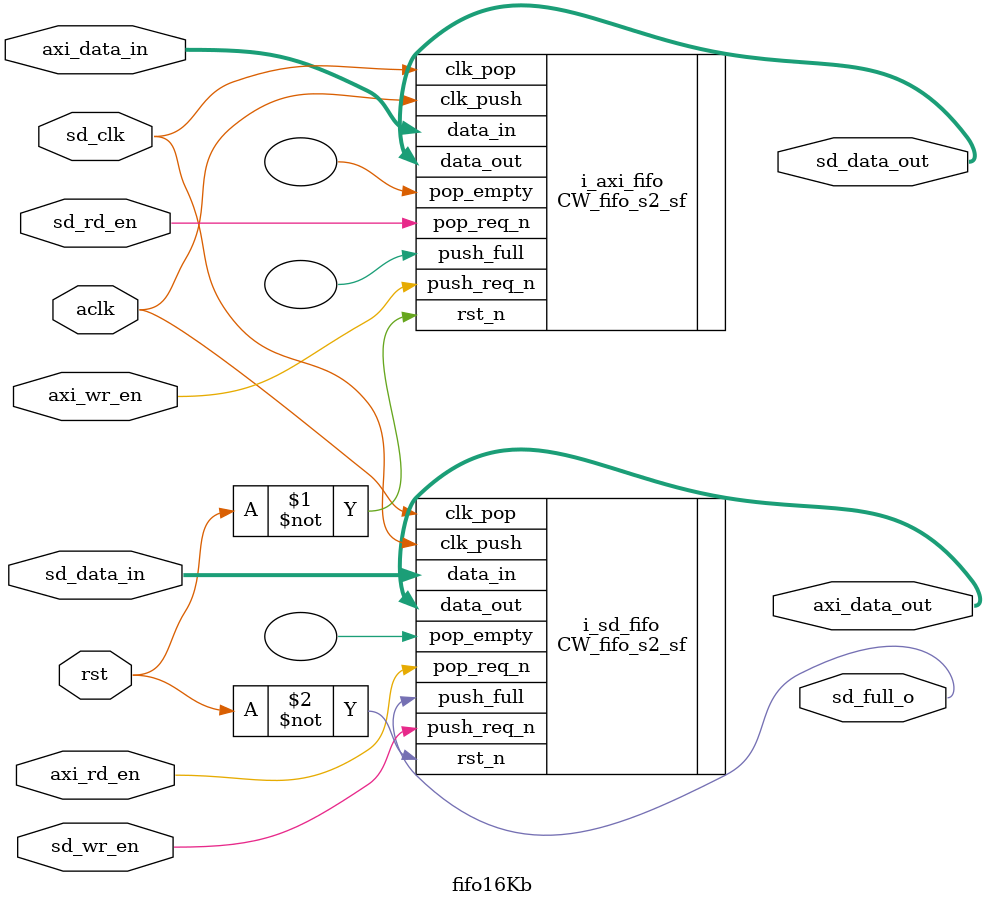
<source format=v>
`timescale 1ns / 1ps

module fifo16Kb(
    input aclk,
    input sd_clk,
    input rst,
    input [31:0] axi_data_in,
    input [31:0] sd_data_in,
    output [31:0] sd_data_out,
    output [31:0] axi_data_out,
    input sd_rd_en,
    input axi_rd_en,
    input axi_wr_en,
    input sd_wr_en,
    output sd_full_o
    );

  CW_fifo_s2_sf #(
    .width ( 32  ),
    .depth ( 128 ),
    .rst_mode ( 3 ) // Synchronous reset for control only
  ) i_axi_fifo (
    .rst_n     ( ~rst        ),
    .clk_push  ( aclk        ),
    .clk_pop   ( sd_clk      ),
    .push_req_n( axi_wr_en   ),
    .pop_req_n ( sd_rd_en    ),
    .data_in   ( axi_data_in ),
    .data_out  ( sd_data_out ),
    .push_full ( ),
    .pop_empty ( )
  );

  CW_fifo_s2_sf #(
    .width ( 32  ),
    .depth ( 128 )   
  ) i_sd_fifo (
    .rst_n     ( ~rst         ),
    .clk_push  ( sd_clk       ),
    .clk_pop   ( aclk         ),
    .push_req_n( sd_wr_en     ),
    .pop_req_n ( axi_rd_en    ),
    .data_in   ( sd_data_in   ),
    .data_out  ( axi_data_out ),
    .push_full ( sd_full_o    ),
    .pop_empty ( )
  );
     
endmodule

</source>
